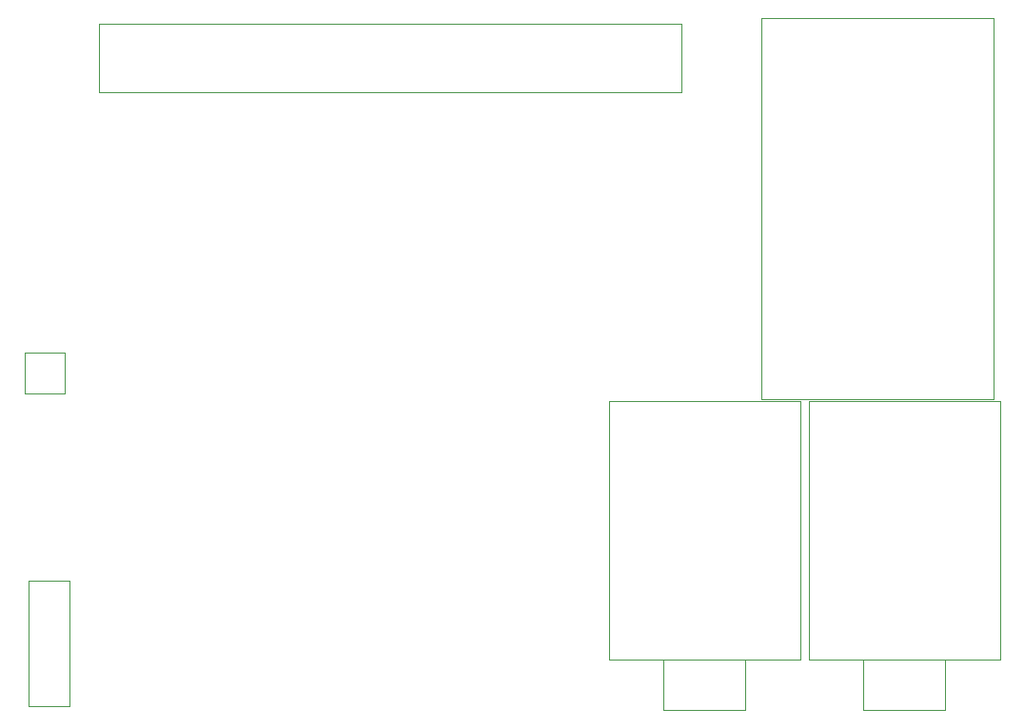
<source format=gbr>
G04 #@! TF.FileFunction,Other,User*
%FSLAX46Y46*%
G04 Gerber Fmt 4.6, Leading zero omitted, Abs format (unit mm)*
G04 Created by KiCad (PCBNEW 4.0.7) date Sunday 11 February 2018 15:33:06*
%MOMM*%
%LPD*%
G01*
G04 APERTURE LIST*
%ADD10C,0.100000*%
%ADD11C,0.050000*%
G04 APERTURE END LIST*
D10*
D11*
X172190000Y-100860000D02*
X224040000Y-100860000D01*
X224040000Y-100860000D02*
X224040000Y-94710000D01*
X224040000Y-94710000D02*
X172190000Y-94710000D01*
X172190000Y-94710000D02*
X172190000Y-100860000D01*
X235340000Y-128390000D02*
X235340000Y-151390000D01*
X235340000Y-151390000D02*
X252340000Y-151390000D01*
X252340000Y-151390000D02*
X252340000Y-128390000D01*
X252340000Y-128390000D02*
X235340000Y-128390000D01*
X240190000Y-151420000D02*
X247490000Y-151420000D01*
X247490000Y-151420000D02*
X247490000Y-155920000D01*
X247490000Y-155920000D02*
X240190000Y-155920000D01*
X240190000Y-155920000D02*
X240190000Y-151420000D01*
X222410000Y-151420000D02*
X229710000Y-151420000D01*
X229710000Y-151420000D02*
X229710000Y-155920000D01*
X229710000Y-155920000D02*
X222410000Y-155920000D01*
X222410000Y-155920000D02*
X222410000Y-151420000D01*
X217560000Y-128390000D02*
X217560000Y-151390000D01*
X217560000Y-151390000D02*
X234560000Y-151390000D01*
X234560000Y-151390000D02*
X234560000Y-128390000D01*
X234560000Y-128390000D02*
X217560000Y-128390000D01*
X251760000Y-94220000D02*
X251760000Y-128220000D01*
X231160000Y-128220000D02*
X251760000Y-128220000D01*
X231160000Y-94220000D02*
X231160000Y-128220000D01*
X231160000Y-94220000D02*
X251760000Y-94220000D01*
X165967000Y-144377000D02*
X165967000Y-155577000D01*
X165967000Y-155577000D02*
X169567000Y-155577000D01*
X169567000Y-155577000D02*
X169567000Y-144377000D01*
X169567000Y-144377000D02*
X165967000Y-144377000D01*
X165586000Y-124057000D02*
X165586000Y-127657000D01*
X165586000Y-127657000D02*
X169186000Y-127657000D01*
X169186000Y-127657000D02*
X169186000Y-124057000D01*
X169186000Y-124057000D02*
X165586000Y-124057000D01*
M02*

</source>
